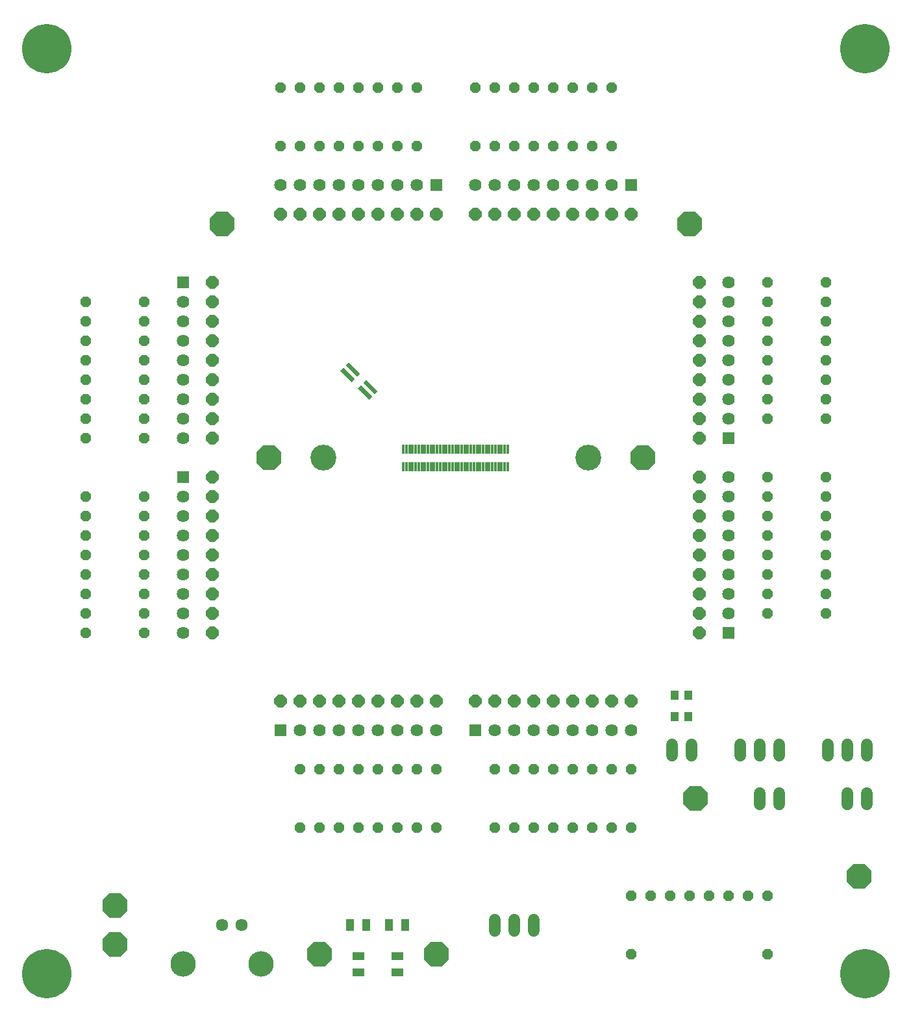
<source format=gts>
G75*
%MOIN*%
%OFA0B0*%
%FSLAX25Y25*%
%IPPOS*%
%LPD*%
%AMOC8*
5,1,8,0,0,1.08239X$1,22.5*
%
%ADD10C,0.13250*%
%ADD11C,0.13061*%
%ADD12C,0.06337*%
%ADD13R,0.06400X0.06400*%
%ADD14C,0.06400*%
%ADD15C,0.06000*%
%ADD16R,0.04200X0.06400*%
%ADD17R,0.06400X0.04200*%
%ADD18OC8,0.05550*%
%ADD19OC8,0.06400*%
%ADD20OC8,0.12800*%
%ADD21C,0.25400*%
%ADD22R,0.01187X0.04888*%
%ADD23R,0.08274X0.02172*%
%ADD24R,0.03900X0.04600*%
D10*
X0333500Y0401500D03*
X0469500Y0401500D03*
D11*
X0301500Y0141500D03*
X0261500Y0141500D03*
D12*
X0281500Y0161500D03*
X0291500Y0161500D03*
D13*
X0311500Y0261500D03*
X0411500Y0261500D03*
X0541500Y0311500D03*
X0541500Y0411500D03*
X0491500Y0541500D03*
X0391500Y0541500D03*
X0261500Y0491500D03*
X0261500Y0391500D03*
D14*
X0261500Y0381500D03*
X0261500Y0371500D03*
X0261500Y0361500D03*
X0261500Y0351500D03*
X0261500Y0341500D03*
X0261500Y0331500D03*
X0261500Y0321500D03*
X0261500Y0311500D03*
X0321500Y0261500D03*
X0331500Y0261500D03*
X0341500Y0261500D03*
X0351500Y0261500D03*
X0361500Y0261500D03*
X0371500Y0261500D03*
X0381500Y0261500D03*
X0391500Y0261500D03*
X0421500Y0261500D03*
X0431500Y0261500D03*
X0441500Y0261500D03*
X0451500Y0261500D03*
X0461500Y0261500D03*
X0471500Y0261500D03*
X0481500Y0261500D03*
X0491500Y0261500D03*
X0541500Y0321500D03*
X0541500Y0331500D03*
X0541500Y0341500D03*
X0541500Y0351500D03*
X0541500Y0361500D03*
X0541500Y0371500D03*
X0541500Y0381500D03*
X0541500Y0391500D03*
X0541500Y0421500D03*
X0541500Y0431500D03*
X0541500Y0441500D03*
X0541500Y0451500D03*
X0541500Y0461500D03*
X0541500Y0471500D03*
X0541500Y0481500D03*
X0541500Y0491500D03*
X0481500Y0541500D03*
X0471500Y0541500D03*
X0461500Y0541500D03*
X0451500Y0541500D03*
X0441500Y0541500D03*
X0431500Y0541500D03*
X0421500Y0541500D03*
X0411500Y0541500D03*
X0381500Y0541500D03*
X0371500Y0541500D03*
X0361500Y0541500D03*
X0351500Y0541500D03*
X0341500Y0541500D03*
X0331500Y0541500D03*
X0321500Y0541500D03*
X0311500Y0541500D03*
X0261500Y0481500D03*
X0261500Y0471500D03*
X0261500Y0461500D03*
X0261500Y0451500D03*
X0261500Y0441500D03*
X0261500Y0431500D03*
X0261500Y0421500D03*
X0261500Y0411500D03*
D15*
X0421500Y0164300D02*
X0421500Y0158700D01*
X0431500Y0158700D02*
X0431500Y0164300D01*
X0441500Y0164300D02*
X0441500Y0158700D01*
X0512500Y0248700D02*
X0512500Y0254300D01*
X0522500Y0254300D02*
X0522500Y0248700D01*
X0547500Y0248700D02*
X0547500Y0254300D01*
X0557500Y0254300D02*
X0557500Y0248700D01*
X0567500Y0248700D02*
X0567500Y0254300D01*
X0567500Y0229300D02*
X0567500Y0223700D01*
X0557500Y0223700D02*
X0557500Y0229300D01*
X0592500Y0248700D02*
X0592500Y0254300D01*
X0602500Y0254300D02*
X0602500Y0248700D01*
X0612500Y0248700D02*
X0612500Y0254300D01*
X0612500Y0229300D02*
X0612500Y0223700D01*
X0602500Y0223700D02*
X0602500Y0229300D01*
D16*
X0375600Y0161500D03*
X0367400Y0161500D03*
X0355600Y0161500D03*
X0347400Y0161500D03*
D17*
X0351500Y0145600D03*
X0351500Y0137400D03*
X0371500Y0137400D03*
X0371500Y0145600D03*
D18*
X0371500Y0211500D03*
X0361500Y0211500D03*
X0351500Y0211500D03*
X0341500Y0211500D03*
X0331500Y0211500D03*
X0321500Y0211500D03*
X0321500Y0241500D03*
X0331500Y0241500D03*
X0341500Y0241500D03*
X0351500Y0241500D03*
X0361500Y0241500D03*
X0371500Y0241500D03*
X0381500Y0241500D03*
X0391500Y0241500D03*
X0391500Y0211500D03*
X0381500Y0211500D03*
X0421500Y0211500D03*
X0431500Y0211500D03*
X0441500Y0211500D03*
X0451500Y0211500D03*
X0461500Y0211500D03*
X0471500Y0211500D03*
X0481500Y0211500D03*
X0491500Y0211500D03*
X0491500Y0241500D03*
X0481500Y0241500D03*
X0471500Y0241500D03*
X0461500Y0241500D03*
X0451500Y0241500D03*
X0441500Y0241500D03*
X0431500Y0241500D03*
X0421500Y0241500D03*
X0491500Y0176500D03*
X0501500Y0176500D03*
X0511500Y0176500D03*
X0521500Y0176500D03*
X0531500Y0176500D03*
X0541500Y0176500D03*
X0551500Y0176500D03*
X0561500Y0176500D03*
X0561500Y0146500D03*
X0491500Y0146500D03*
X0561500Y0321500D03*
X0561500Y0331500D03*
X0561500Y0341500D03*
X0561500Y0351500D03*
X0561500Y0361500D03*
X0561500Y0371500D03*
X0561500Y0381500D03*
X0561500Y0391500D03*
X0561500Y0421500D03*
X0561500Y0431500D03*
X0561500Y0441500D03*
X0561500Y0451500D03*
X0561500Y0461500D03*
X0561500Y0471500D03*
X0561500Y0481500D03*
X0561500Y0491500D03*
X0591500Y0491500D03*
X0591500Y0481500D03*
X0591500Y0471500D03*
X0591500Y0461500D03*
X0591500Y0451500D03*
X0591500Y0441500D03*
X0591500Y0431500D03*
X0591500Y0421500D03*
X0591500Y0391500D03*
X0591500Y0381500D03*
X0591500Y0371500D03*
X0591500Y0361500D03*
X0591500Y0351500D03*
X0591500Y0341500D03*
X0591500Y0331500D03*
X0591500Y0321500D03*
X0481500Y0561500D03*
X0471500Y0561500D03*
X0461500Y0561500D03*
X0451500Y0561500D03*
X0441500Y0561500D03*
X0431500Y0561500D03*
X0421500Y0561500D03*
X0411500Y0561500D03*
X0411500Y0591500D03*
X0421500Y0591500D03*
X0431500Y0591500D03*
X0441500Y0591500D03*
X0451500Y0591500D03*
X0461500Y0591500D03*
X0471500Y0591500D03*
X0481500Y0591500D03*
X0381500Y0591500D03*
X0371500Y0591500D03*
X0361500Y0591500D03*
X0351500Y0591500D03*
X0341500Y0591500D03*
X0331500Y0591500D03*
X0321500Y0591500D03*
X0311500Y0591500D03*
X0311500Y0561500D03*
X0321500Y0561500D03*
X0331500Y0561500D03*
X0341500Y0561500D03*
X0351500Y0561500D03*
X0361500Y0561500D03*
X0371500Y0561500D03*
X0381500Y0561500D03*
X0241500Y0481500D03*
X0241500Y0471500D03*
X0241500Y0461500D03*
X0241500Y0451500D03*
X0241500Y0441500D03*
X0241500Y0431500D03*
X0241500Y0421500D03*
X0241500Y0411500D03*
X0241500Y0381500D03*
X0241500Y0371500D03*
X0241500Y0361500D03*
X0241500Y0351500D03*
X0241500Y0341500D03*
X0241500Y0331500D03*
X0241500Y0321500D03*
X0241500Y0311500D03*
X0211500Y0311500D03*
X0211500Y0321500D03*
X0211500Y0331500D03*
X0211500Y0341500D03*
X0211500Y0351500D03*
X0211500Y0361500D03*
X0211500Y0371500D03*
X0211500Y0381500D03*
X0211500Y0411500D03*
X0211500Y0421500D03*
X0211500Y0431500D03*
X0211500Y0441500D03*
X0211500Y0451500D03*
X0211500Y0461500D03*
X0211500Y0471500D03*
X0211500Y0481500D03*
D19*
X0276500Y0481500D03*
X0276500Y0471500D03*
X0276500Y0461500D03*
X0276500Y0451500D03*
X0276500Y0441500D03*
X0276500Y0431500D03*
X0276500Y0421500D03*
X0276500Y0411500D03*
X0276500Y0391500D03*
X0276500Y0381500D03*
X0276500Y0371500D03*
X0276500Y0361500D03*
X0276500Y0351500D03*
X0276500Y0341500D03*
X0276500Y0331500D03*
X0276500Y0321500D03*
X0276500Y0311500D03*
X0311500Y0276500D03*
X0321500Y0276500D03*
X0331500Y0276500D03*
X0341500Y0276500D03*
X0351500Y0276500D03*
X0361500Y0276500D03*
X0371500Y0276500D03*
X0381500Y0276500D03*
X0391500Y0276500D03*
X0411500Y0276500D03*
X0421500Y0276500D03*
X0431500Y0276500D03*
X0441500Y0276500D03*
X0451500Y0276500D03*
X0461500Y0276500D03*
X0471500Y0276500D03*
X0481500Y0276500D03*
X0491500Y0276500D03*
X0526500Y0311500D03*
X0526500Y0321500D03*
X0526500Y0331500D03*
X0526500Y0341500D03*
X0526500Y0351500D03*
X0526500Y0361500D03*
X0526500Y0371500D03*
X0526500Y0381500D03*
X0526500Y0391500D03*
X0526500Y0411500D03*
X0526500Y0421500D03*
X0526500Y0431500D03*
X0526500Y0441500D03*
X0526500Y0451500D03*
X0526500Y0461500D03*
X0526500Y0471500D03*
X0526500Y0481500D03*
X0526500Y0491500D03*
X0491500Y0526500D03*
X0481500Y0526500D03*
X0471500Y0526500D03*
X0461500Y0526500D03*
X0451500Y0526500D03*
X0441500Y0526500D03*
X0431500Y0526500D03*
X0421500Y0526500D03*
X0411500Y0526500D03*
X0391500Y0526500D03*
X0381500Y0526500D03*
X0371500Y0526500D03*
X0361500Y0526500D03*
X0351500Y0526500D03*
X0341500Y0526500D03*
X0331500Y0526500D03*
X0321500Y0526500D03*
X0311500Y0526500D03*
X0276500Y0491500D03*
D20*
X0281500Y0521500D03*
X0305500Y0401500D03*
X0497500Y0401500D03*
X0521500Y0521500D03*
X0524500Y0226500D03*
X0608500Y0186500D03*
X0391500Y0146500D03*
X0331500Y0146500D03*
X0226500Y0151500D03*
X0226500Y0171500D03*
D21*
X0191500Y0136500D03*
X0611500Y0136500D03*
X0611500Y0611500D03*
X0191500Y0611500D03*
D22*
X0374728Y0406106D03*
X0376303Y0406106D03*
X0377878Y0406106D03*
X0379453Y0406106D03*
X0381028Y0406106D03*
X0382602Y0406106D03*
X0384177Y0406106D03*
X0385752Y0406106D03*
X0387327Y0406106D03*
X0388902Y0406106D03*
X0390476Y0406106D03*
X0392051Y0406106D03*
X0393626Y0406106D03*
X0395201Y0406106D03*
X0396776Y0406106D03*
X0398350Y0406106D03*
X0399925Y0406106D03*
X0401500Y0406106D03*
X0403075Y0406106D03*
X0404650Y0406106D03*
X0406224Y0406106D03*
X0407799Y0406106D03*
X0409374Y0406106D03*
X0410949Y0406106D03*
X0412524Y0406106D03*
X0414098Y0406106D03*
X0415673Y0406106D03*
X0417248Y0406106D03*
X0418823Y0406106D03*
X0420398Y0406106D03*
X0421972Y0406106D03*
X0423547Y0406106D03*
X0425122Y0406106D03*
X0426697Y0406106D03*
X0428272Y0406106D03*
X0428272Y0396894D03*
X0426697Y0396894D03*
X0425122Y0396894D03*
X0423547Y0396894D03*
X0421972Y0396894D03*
X0420398Y0396894D03*
X0418823Y0396894D03*
X0417248Y0396894D03*
X0415673Y0396894D03*
X0414098Y0396894D03*
X0412524Y0396894D03*
X0410949Y0396894D03*
X0409374Y0396894D03*
X0407799Y0396894D03*
X0406224Y0396894D03*
X0404650Y0396894D03*
X0403075Y0396894D03*
X0401500Y0396894D03*
X0399925Y0396894D03*
X0398350Y0396894D03*
X0396776Y0396894D03*
X0395201Y0396894D03*
X0393626Y0396894D03*
X0392051Y0396894D03*
X0390476Y0396894D03*
X0388902Y0396894D03*
X0387327Y0396894D03*
X0385752Y0396894D03*
X0384177Y0396894D03*
X0382602Y0396894D03*
X0381028Y0396894D03*
X0379453Y0396894D03*
X0377878Y0396894D03*
X0376303Y0396894D03*
X0374728Y0396894D03*
D23*
G36*
X0352951Y0438801D02*
X0358801Y0432951D01*
X0357265Y0431415D01*
X0351415Y0437265D01*
X0352951Y0438801D01*
G37*
G36*
X0355735Y0441585D02*
X0361585Y0435735D01*
X0360049Y0434199D01*
X0354199Y0440049D01*
X0355735Y0441585D01*
G37*
G36*
X0346735Y0450585D02*
X0352585Y0444735D01*
X0351049Y0443199D01*
X0345199Y0449049D01*
X0346735Y0450585D01*
G37*
G36*
X0343951Y0447801D02*
X0349801Y0441951D01*
X0348265Y0440415D01*
X0342415Y0446265D01*
X0343951Y0447801D01*
G37*
D24*
X0514100Y0279500D03*
X0520900Y0279500D03*
X0520900Y0268500D03*
X0514100Y0268500D03*
M02*

</source>
